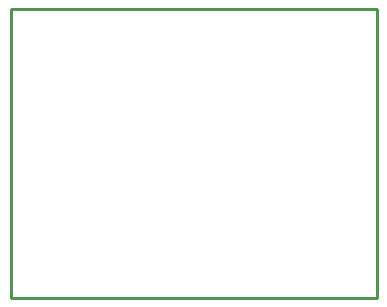
<source format=gm1>
%TF.GenerationSoftware,KiCad,Pcbnew,9.0.0*%
%TF.CreationDate,2025-03-31T12:51:01+01:00*%
%TF.ProjectId,vm_rp2040_brain_0.1,766d5f72-7032-4303-9430-5f627261696e,rev?*%
%TF.SameCoordinates,Original*%
%TF.FileFunction,Profile,NP*%
%FSLAX45Y45*%
G04 Gerber Fmt 4.5, Leading zero omitted, Abs format (unit mm)*
G04 Created by KiCad (PCBNEW 9.0.0) date 2025-03-31 12:51:01*
%MOMM*%
%LPD*%
G01*
G04 APERTURE LIST*
%TA.AperFunction,Profile*%
%ADD10C,0.254000*%
%TD*%
G04 APERTURE END LIST*
D10*
X-1549999Y-1225001D02*
X-1549999Y1225001D01*
X-1549999Y1225001D02*
X1549999Y1225001D01*
X1549999Y1225001D02*
X1549999Y-1225001D01*
X1549999Y-1225001D02*
X-1549999Y-1225001D01*
M02*

</source>
